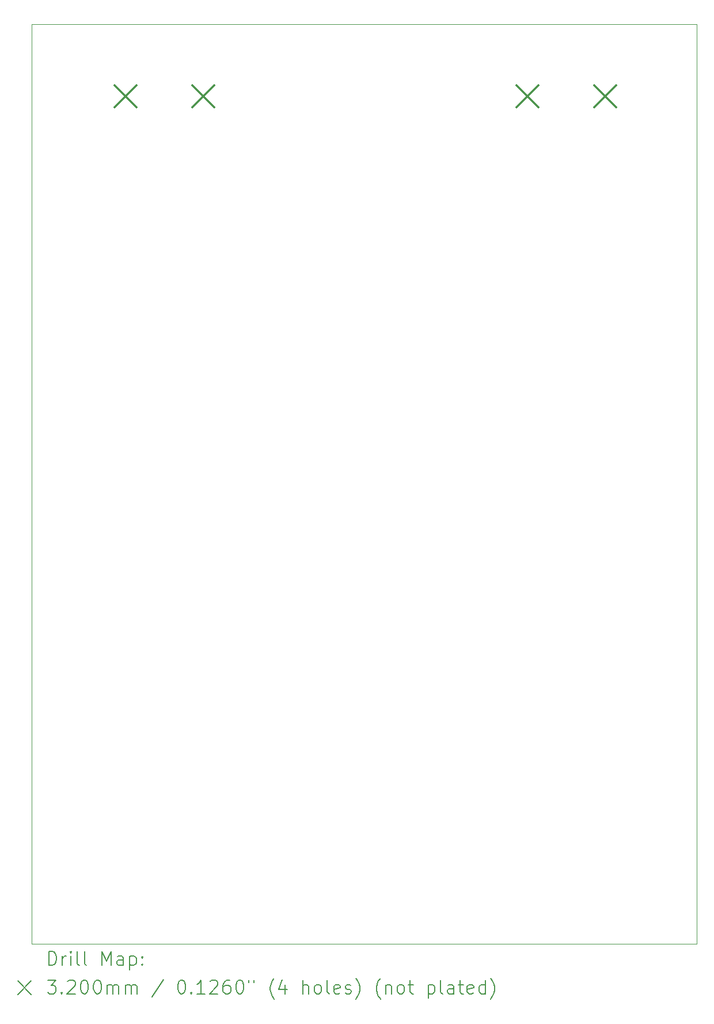
<source format=gbr>
%FSLAX45Y45*%
G04 Gerber Fmt 4.5, Leading zero omitted, Abs format (unit mm)*
G04 Created by KiCad (PCBNEW (6.0.5)) date 2023-08-20 19:57:34*
%MOMM*%
%LPD*%
G01*
G04 APERTURE LIST*
%TA.AperFunction,Profile*%
%ADD10C,0.100000*%
%TD*%
%ADD11C,0.200000*%
%ADD12C,0.320000*%
G04 APERTURE END LIST*
D10*
X5396000Y-3837000D02*
X15178000Y-3837000D01*
X15178000Y-3837000D02*
X15178000Y-17335500D01*
X15178000Y-17335500D02*
X5396000Y-17335500D01*
X5396000Y-17335500D02*
X5396000Y-3837000D01*
D11*
D12*
X6618250Y-4731500D02*
X6938250Y-5051500D01*
X6938250Y-4731500D02*
X6618250Y-5051500D01*
X7761250Y-4731500D02*
X8081250Y-5051500D01*
X8081250Y-4731500D02*
X7761250Y-5051500D01*
X12523750Y-4731500D02*
X12843750Y-5051500D01*
X12843750Y-4731500D02*
X12523750Y-5051500D01*
X13666750Y-4731500D02*
X13986750Y-5051500D01*
X13986750Y-4731500D02*
X13666750Y-5051500D01*
D11*
X5648619Y-17650976D02*
X5648619Y-17450976D01*
X5696238Y-17450976D01*
X5724809Y-17460500D01*
X5743857Y-17479548D01*
X5753381Y-17498595D01*
X5762905Y-17536690D01*
X5762905Y-17565262D01*
X5753381Y-17603357D01*
X5743857Y-17622405D01*
X5724809Y-17641452D01*
X5696238Y-17650976D01*
X5648619Y-17650976D01*
X5848619Y-17650976D02*
X5848619Y-17517643D01*
X5848619Y-17555738D02*
X5858143Y-17536690D01*
X5867667Y-17527167D01*
X5886714Y-17517643D01*
X5905762Y-17517643D01*
X5972428Y-17650976D02*
X5972428Y-17517643D01*
X5972428Y-17450976D02*
X5962905Y-17460500D01*
X5972428Y-17470024D01*
X5981952Y-17460500D01*
X5972428Y-17450976D01*
X5972428Y-17470024D01*
X6096238Y-17650976D02*
X6077190Y-17641452D01*
X6067667Y-17622405D01*
X6067667Y-17450976D01*
X6201000Y-17650976D02*
X6181952Y-17641452D01*
X6172428Y-17622405D01*
X6172428Y-17450976D01*
X6429571Y-17650976D02*
X6429571Y-17450976D01*
X6496238Y-17593833D01*
X6562905Y-17450976D01*
X6562905Y-17650976D01*
X6743857Y-17650976D02*
X6743857Y-17546214D01*
X6734333Y-17527167D01*
X6715286Y-17517643D01*
X6677190Y-17517643D01*
X6658143Y-17527167D01*
X6743857Y-17641452D02*
X6724809Y-17650976D01*
X6677190Y-17650976D01*
X6658143Y-17641452D01*
X6648619Y-17622405D01*
X6648619Y-17603357D01*
X6658143Y-17584310D01*
X6677190Y-17574786D01*
X6724809Y-17574786D01*
X6743857Y-17565262D01*
X6839095Y-17517643D02*
X6839095Y-17717643D01*
X6839095Y-17527167D02*
X6858143Y-17517643D01*
X6896238Y-17517643D01*
X6915286Y-17527167D01*
X6924809Y-17536690D01*
X6934333Y-17555738D01*
X6934333Y-17612881D01*
X6924809Y-17631929D01*
X6915286Y-17641452D01*
X6896238Y-17650976D01*
X6858143Y-17650976D01*
X6839095Y-17641452D01*
X7020048Y-17631929D02*
X7029571Y-17641452D01*
X7020048Y-17650976D01*
X7010524Y-17641452D01*
X7020048Y-17631929D01*
X7020048Y-17650976D01*
X7020048Y-17527167D02*
X7029571Y-17536690D01*
X7020048Y-17546214D01*
X7010524Y-17536690D01*
X7020048Y-17527167D01*
X7020048Y-17546214D01*
X5191000Y-17880500D02*
X5391000Y-18080500D01*
X5391000Y-17880500D02*
X5191000Y-18080500D01*
X5629571Y-17870976D02*
X5753381Y-17870976D01*
X5686714Y-17947167D01*
X5715286Y-17947167D01*
X5734333Y-17956690D01*
X5743857Y-17966214D01*
X5753381Y-17985262D01*
X5753381Y-18032881D01*
X5743857Y-18051929D01*
X5734333Y-18061452D01*
X5715286Y-18070976D01*
X5658143Y-18070976D01*
X5639095Y-18061452D01*
X5629571Y-18051929D01*
X5839095Y-18051929D02*
X5848619Y-18061452D01*
X5839095Y-18070976D01*
X5829571Y-18061452D01*
X5839095Y-18051929D01*
X5839095Y-18070976D01*
X5924809Y-17890024D02*
X5934333Y-17880500D01*
X5953381Y-17870976D01*
X6001000Y-17870976D01*
X6020048Y-17880500D01*
X6029571Y-17890024D01*
X6039095Y-17909071D01*
X6039095Y-17928119D01*
X6029571Y-17956690D01*
X5915286Y-18070976D01*
X6039095Y-18070976D01*
X6162905Y-17870976D02*
X6181952Y-17870976D01*
X6201000Y-17880500D01*
X6210524Y-17890024D01*
X6220048Y-17909071D01*
X6229571Y-17947167D01*
X6229571Y-17994786D01*
X6220048Y-18032881D01*
X6210524Y-18051929D01*
X6201000Y-18061452D01*
X6181952Y-18070976D01*
X6162905Y-18070976D01*
X6143857Y-18061452D01*
X6134333Y-18051929D01*
X6124809Y-18032881D01*
X6115286Y-17994786D01*
X6115286Y-17947167D01*
X6124809Y-17909071D01*
X6134333Y-17890024D01*
X6143857Y-17880500D01*
X6162905Y-17870976D01*
X6353381Y-17870976D02*
X6372428Y-17870976D01*
X6391476Y-17880500D01*
X6401000Y-17890024D01*
X6410524Y-17909071D01*
X6420048Y-17947167D01*
X6420048Y-17994786D01*
X6410524Y-18032881D01*
X6401000Y-18051929D01*
X6391476Y-18061452D01*
X6372428Y-18070976D01*
X6353381Y-18070976D01*
X6334333Y-18061452D01*
X6324809Y-18051929D01*
X6315286Y-18032881D01*
X6305762Y-17994786D01*
X6305762Y-17947167D01*
X6315286Y-17909071D01*
X6324809Y-17890024D01*
X6334333Y-17880500D01*
X6353381Y-17870976D01*
X6505762Y-18070976D02*
X6505762Y-17937643D01*
X6505762Y-17956690D02*
X6515286Y-17947167D01*
X6534333Y-17937643D01*
X6562905Y-17937643D01*
X6581952Y-17947167D01*
X6591476Y-17966214D01*
X6591476Y-18070976D01*
X6591476Y-17966214D02*
X6601000Y-17947167D01*
X6620048Y-17937643D01*
X6648619Y-17937643D01*
X6667667Y-17947167D01*
X6677190Y-17966214D01*
X6677190Y-18070976D01*
X6772428Y-18070976D02*
X6772428Y-17937643D01*
X6772428Y-17956690D02*
X6781952Y-17947167D01*
X6801000Y-17937643D01*
X6829571Y-17937643D01*
X6848619Y-17947167D01*
X6858143Y-17966214D01*
X6858143Y-18070976D01*
X6858143Y-17966214D02*
X6867667Y-17947167D01*
X6886714Y-17937643D01*
X6915286Y-17937643D01*
X6934333Y-17947167D01*
X6943857Y-17966214D01*
X6943857Y-18070976D01*
X7334333Y-17861452D02*
X7162905Y-18118595D01*
X7591476Y-17870976D02*
X7610524Y-17870976D01*
X7629571Y-17880500D01*
X7639095Y-17890024D01*
X7648619Y-17909071D01*
X7658143Y-17947167D01*
X7658143Y-17994786D01*
X7648619Y-18032881D01*
X7639095Y-18051929D01*
X7629571Y-18061452D01*
X7610524Y-18070976D01*
X7591476Y-18070976D01*
X7572428Y-18061452D01*
X7562905Y-18051929D01*
X7553381Y-18032881D01*
X7543857Y-17994786D01*
X7543857Y-17947167D01*
X7553381Y-17909071D01*
X7562905Y-17890024D01*
X7572428Y-17880500D01*
X7591476Y-17870976D01*
X7743857Y-18051929D02*
X7753381Y-18061452D01*
X7743857Y-18070976D01*
X7734333Y-18061452D01*
X7743857Y-18051929D01*
X7743857Y-18070976D01*
X7943857Y-18070976D02*
X7829571Y-18070976D01*
X7886714Y-18070976D02*
X7886714Y-17870976D01*
X7867667Y-17899548D01*
X7848619Y-17918595D01*
X7829571Y-17928119D01*
X8020048Y-17890024D02*
X8029571Y-17880500D01*
X8048619Y-17870976D01*
X8096238Y-17870976D01*
X8115286Y-17880500D01*
X8124809Y-17890024D01*
X8134333Y-17909071D01*
X8134333Y-17928119D01*
X8124809Y-17956690D01*
X8010524Y-18070976D01*
X8134333Y-18070976D01*
X8305762Y-17870976D02*
X8267667Y-17870976D01*
X8248619Y-17880500D01*
X8239095Y-17890024D01*
X8220048Y-17918595D01*
X8210524Y-17956690D01*
X8210524Y-18032881D01*
X8220048Y-18051929D01*
X8229571Y-18061452D01*
X8248619Y-18070976D01*
X8286714Y-18070976D01*
X8305762Y-18061452D01*
X8315286Y-18051929D01*
X8324809Y-18032881D01*
X8324809Y-17985262D01*
X8315286Y-17966214D01*
X8305762Y-17956690D01*
X8286714Y-17947167D01*
X8248619Y-17947167D01*
X8229571Y-17956690D01*
X8220048Y-17966214D01*
X8210524Y-17985262D01*
X8448619Y-17870976D02*
X8467667Y-17870976D01*
X8486714Y-17880500D01*
X8496238Y-17890024D01*
X8505762Y-17909071D01*
X8515286Y-17947167D01*
X8515286Y-17994786D01*
X8505762Y-18032881D01*
X8496238Y-18051929D01*
X8486714Y-18061452D01*
X8467667Y-18070976D01*
X8448619Y-18070976D01*
X8429571Y-18061452D01*
X8420048Y-18051929D01*
X8410524Y-18032881D01*
X8401000Y-17994786D01*
X8401000Y-17947167D01*
X8410524Y-17909071D01*
X8420048Y-17890024D01*
X8429571Y-17880500D01*
X8448619Y-17870976D01*
X8591476Y-17870976D02*
X8591476Y-17909071D01*
X8667667Y-17870976D02*
X8667667Y-17909071D01*
X8962905Y-18147167D02*
X8953381Y-18137643D01*
X8934333Y-18109071D01*
X8924810Y-18090024D01*
X8915286Y-18061452D01*
X8905762Y-18013833D01*
X8905762Y-17975738D01*
X8915286Y-17928119D01*
X8924810Y-17899548D01*
X8934333Y-17880500D01*
X8953381Y-17851929D01*
X8962905Y-17842405D01*
X9124810Y-17937643D02*
X9124810Y-18070976D01*
X9077190Y-17861452D02*
X9029571Y-18004310D01*
X9153381Y-18004310D01*
X9381952Y-18070976D02*
X9381952Y-17870976D01*
X9467667Y-18070976D02*
X9467667Y-17966214D01*
X9458143Y-17947167D01*
X9439095Y-17937643D01*
X9410524Y-17937643D01*
X9391476Y-17947167D01*
X9381952Y-17956690D01*
X9591476Y-18070976D02*
X9572429Y-18061452D01*
X9562905Y-18051929D01*
X9553381Y-18032881D01*
X9553381Y-17975738D01*
X9562905Y-17956690D01*
X9572429Y-17947167D01*
X9591476Y-17937643D01*
X9620048Y-17937643D01*
X9639095Y-17947167D01*
X9648619Y-17956690D01*
X9658143Y-17975738D01*
X9658143Y-18032881D01*
X9648619Y-18051929D01*
X9639095Y-18061452D01*
X9620048Y-18070976D01*
X9591476Y-18070976D01*
X9772429Y-18070976D02*
X9753381Y-18061452D01*
X9743857Y-18042405D01*
X9743857Y-17870976D01*
X9924810Y-18061452D02*
X9905762Y-18070976D01*
X9867667Y-18070976D01*
X9848619Y-18061452D01*
X9839095Y-18042405D01*
X9839095Y-17966214D01*
X9848619Y-17947167D01*
X9867667Y-17937643D01*
X9905762Y-17937643D01*
X9924810Y-17947167D01*
X9934333Y-17966214D01*
X9934333Y-17985262D01*
X9839095Y-18004310D01*
X10010524Y-18061452D02*
X10029571Y-18070976D01*
X10067667Y-18070976D01*
X10086714Y-18061452D01*
X10096238Y-18042405D01*
X10096238Y-18032881D01*
X10086714Y-18013833D01*
X10067667Y-18004310D01*
X10039095Y-18004310D01*
X10020048Y-17994786D01*
X10010524Y-17975738D01*
X10010524Y-17966214D01*
X10020048Y-17947167D01*
X10039095Y-17937643D01*
X10067667Y-17937643D01*
X10086714Y-17947167D01*
X10162905Y-18147167D02*
X10172429Y-18137643D01*
X10191476Y-18109071D01*
X10201000Y-18090024D01*
X10210524Y-18061452D01*
X10220048Y-18013833D01*
X10220048Y-17975738D01*
X10210524Y-17928119D01*
X10201000Y-17899548D01*
X10191476Y-17880500D01*
X10172429Y-17851929D01*
X10162905Y-17842405D01*
X10524810Y-18147167D02*
X10515286Y-18137643D01*
X10496238Y-18109071D01*
X10486714Y-18090024D01*
X10477190Y-18061452D01*
X10467667Y-18013833D01*
X10467667Y-17975738D01*
X10477190Y-17928119D01*
X10486714Y-17899548D01*
X10496238Y-17880500D01*
X10515286Y-17851929D01*
X10524810Y-17842405D01*
X10601000Y-17937643D02*
X10601000Y-18070976D01*
X10601000Y-17956690D02*
X10610524Y-17947167D01*
X10629571Y-17937643D01*
X10658143Y-17937643D01*
X10677190Y-17947167D01*
X10686714Y-17966214D01*
X10686714Y-18070976D01*
X10810524Y-18070976D02*
X10791476Y-18061452D01*
X10781952Y-18051929D01*
X10772429Y-18032881D01*
X10772429Y-17975738D01*
X10781952Y-17956690D01*
X10791476Y-17947167D01*
X10810524Y-17937643D01*
X10839095Y-17937643D01*
X10858143Y-17947167D01*
X10867667Y-17956690D01*
X10877190Y-17975738D01*
X10877190Y-18032881D01*
X10867667Y-18051929D01*
X10858143Y-18061452D01*
X10839095Y-18070976D01*
X10810524Y-18070976D01*
X10934333Y-17937643D02*
X11010524Y-17937643D01*
X10962905Y-17870976D02*
X10962905Y-18042405D01*
X10972429Y-18061452D01*
X10991476Y-18070976D01*
X11010524Y-18070976D01*
X11229571Y-17937643D02*
X11229571Y-18137643D01*
X11229571Y-17947167D02*
X11248619Y-17937643D01*
X11286714Y-17937643D01*
X11305762Y-17947167D01*
X11315286Y-17956690D01*
X11324809Y-17975738D01*
X11324809Y-18032881D01*
X11315286Y-18051929D01*
X11305762Y-18061452D01*
X11286714Y-18070976D01*
X11248619Y-18070976D01*
X11229571Y-18061452D01*
X11439095Y-18070976D02*
X11420048Y-18061452D01*
X11410524Y-18042405D01*
X11410524Y-17870976D01*
X11601000Y-18070976D02*
X11601000Y-17966214D01*
X11591476Y-17947167D01*
X11572428Y-17937643D01*
X11534333Y-17937643D01*
X11515286Y-17947167D01*
X11601000Y-18061452D02*
X11581952Y-18070976D01*
X11534333Y-18070976D01*
X11515286Y-18061452D01*
X11505762Y-18042405D01*
X11505762Y-18023357D01*
X11515286Y-18004310D01*
X11534333Y-17994786D01*
X11581952Y-17994786D01*
X11601000Y-17985262D01*
X11667667Y-17937643D02*
X11743857Y-17937643D01*
X11696238Y-17870976D02*
X11696238Y-18042405D01*
X11705762Y-18061452D01*
X11724809Y-18070976D01*
X11743857Y-18070976D01*
X11886714Y-18061452D02*
X11867667Y-18070976D01*
X11829571Y-18070976D01*
X11810524Y-18061452D01*
X11801000Y-18042405D01*
X11801000Y-17966214D01*
X11810524Y-17947167D01*
X11829571Y-17937643D01*
X11867667Y-17937643D01*
X11886714Y-17947167D01*
X11896238Y-17966214D01*
X11896238Y-17985262D01*
X11801000Y-18004310D01*
X12067667Y-18070976D02*
X12067667Y-17870976D01*
X12067667Y-18061452D02*
X12048619Y-18070976D01*
X12010524Y-18070976D01*
X11991476Y-18061452D01*
X11981952Y-18051929D01*
X11972428Y-18032881D01*
X11972428Y-17975738D01*
X11981952Y-17956690D01*
X11991476Y-17947167D01*
X12010524Y-17937643D01*
X12048619Y-17937643D01*
X12067667Y-17947167D01*
X12143857Y-18147167D02*
X12153381Y-18137643D01*
X12172428Y-18109071D01*
X12181952Y-18090024D01*
X12191476Y-18061452D01*
X12201000Y-18013833D01*
X12201000Y-17975738D01*
X12191476Y-17928119D01*
X12181952Y-17899548D01*
X12172428Y-17880500D01*
X12153381Y-17851929D01*
X12143857Y-17842405D01*
M02*

</source>
